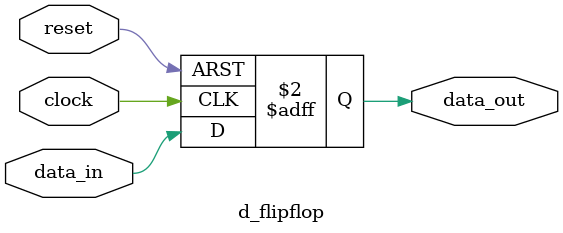
<source format=sv>
module d_flipflop #(parameter WIDTH = 1) (
  input wire clock,
  input wire reset,
  input wire data_in,
  output reg data_out
);

always @(posedge clock or posedge reset)
begin
  if (reset)
    data_out <= 1'b0;
  else
    data_out <= data_in;
end

endmodule

</source>
